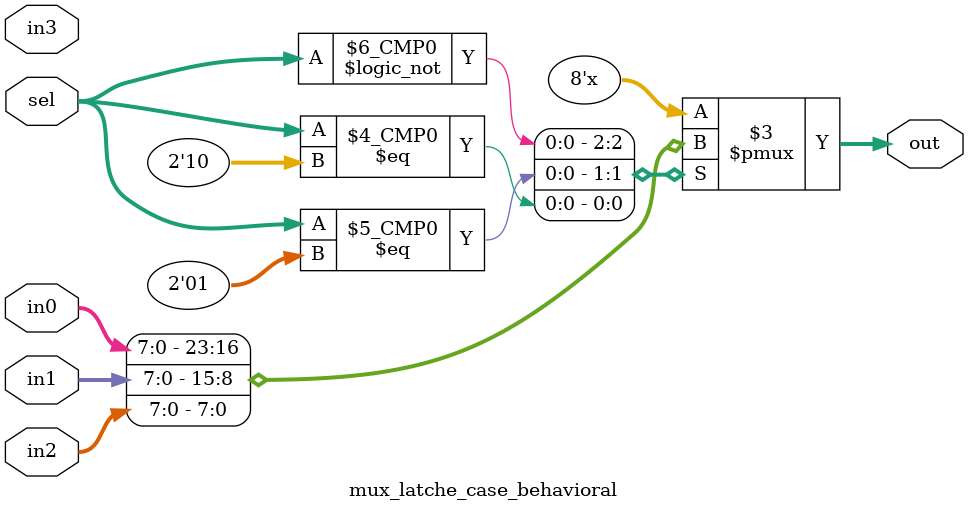
<source format=v>

module mux_latche_case_behavioral #(
    parameter WIDTH = 8
)(
    input  wire [1:0]       sel,
    input  wire [WIDTH-1:0] in0,
    input  wire [WIDTH-1:0] in1,
    input  wire [WIDTH-1:0] in2,
    input  wire [WIDTH-1:0] in3,
    output reg  [WIDTH-1:0] out
);

    // ========================================================================
    // Lógica Comportamental com CASE
    // ========================================================================
    // O bloco always abaixo é combinacional (@*).
    // A instrução CASE cobre apenas 00, 01 e 10.
    // A ausência do caso 11 e do 'default' faz com que o sintetizador
    // infira memória (Latch) para manter o valor anterior nessas condições.
    always @(*) begin
        case (sel)
            2'b00: out = in0;
            2'b01: out = in1;
            2'b10: out = in2;
            // 2'b11: Não coberto -> Latch inferido
            // default: Não presente -> Latch inferido
        endcase
    end

endmodule

</source>
